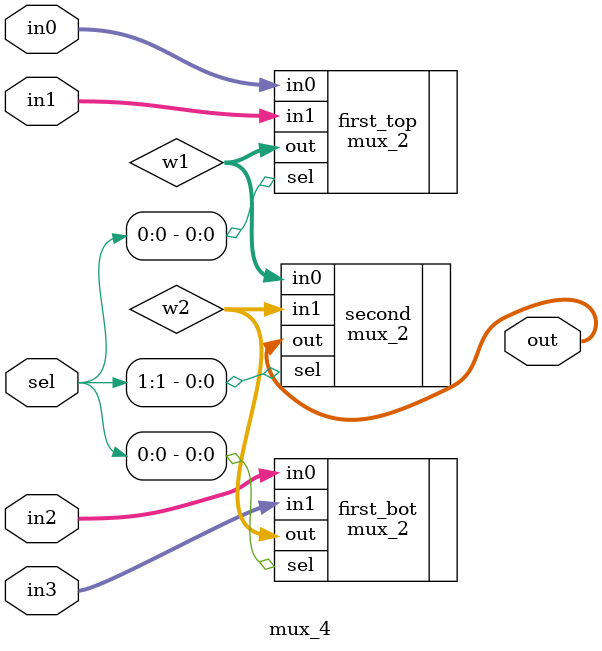
<source format=v>
module mux_4(sel, in0, in1, in2, in3, out);
	input [1:0] sel;
	input [31:0] in0, in1, in2, in3;
	output [31:0] out;
	wire [31:0] w1, w2;
	mux_2 first_top(.sel(sel[0]), .in0(in0), .in1(in1), .out(w1));
	mux_2 first_bot(.sel(sel[0]), .in0(in2), .in1(in3), .out(w2));
	mux_2 second(.sel(sel[1]), .in0(w1), .in1(w2), .out(out));
endmodule

</source>
